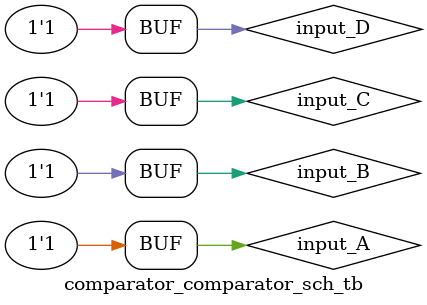
<source format=v>

`timescale 1ns / 1ps

module comparator_comparator_sch_tb();

// Inputs
   reg input_A;
   reg input_B;
   reg input_C;
   reg input_D;

// Output
   wire output_EQ;
   wire output_GT;
   wire output_LT;

// Bidirs

// Instantiate the UUT
   comparator UUT (
		.input_A(input_A), 
		.input_B(input_B), 
		.input_C(input_C), 
		.input_D(input_D), 
		.output_EQ(output_EQ), 
		.output_GT(output_GT), 
		.output_LT(output_LT)
   );
// Initialize Inputs

   initial begin
		input_A = 0;
		input_B = 0;
		input_C = 0;
		input_D = 0;
		#50;
		
		input_A = 0;
		input_B = 0;
		input_C = 0;
		input_D = 1;
		#50;
		
		input_A = 0;
		input_B = 0;
		input_C = 1;
		input_D = 0;
		#50;
		
		input_A = 0;
		input_B = 0;
		input_C = 1;
		input_D = 1;
		#50;

		input_A = 0;
		input_B = 1;
		input_C = 0;
		input_D = 0;
		#50;
		
		input_A = 0;
		input_B = 1;
		input_C = 0;
		input_D = 1;
		#50;
		
		input_A = 0;
		input_B = 1;
		input_C = 1;
		input_D = 0;
		#50;
		
		input_A = 0;
		input_B = 1;
		input_C = 1;
		input_D = 1;
		#50;		

		input_A = 1;
		input_B = 0;
		input_C = 0;
		input_D = 0;
		#50;
		
		input_A = 1;
		input_B = 0;
		input_C = 0;
		input_D = 1;
		#50;
		
		input_A = 1;
		input_B = 0;
		input_C = 1;
		input_D = 0;
		#50;
		
		input_A = 1;
		input_B = 0;
		input_C = 1;
		input_D = 1;
		#50;
		
		input_A = 1;
		input_B = 1;
		input_C = 0;
		input_D = 0;
		#50;
		
		input_A = 1;
		input_B = 1;
		input_C = 0;
		input_D = 1;
		#50;
		
		input_A = 1;
		input_B = 1;
		input_C = 1;
		input_D = 0;
		#50;
		
		input_A = 1;
		input_B = 1;
		input_C = 1;
		input_D = 1;
		#50;
	end
endmodule

</source>
